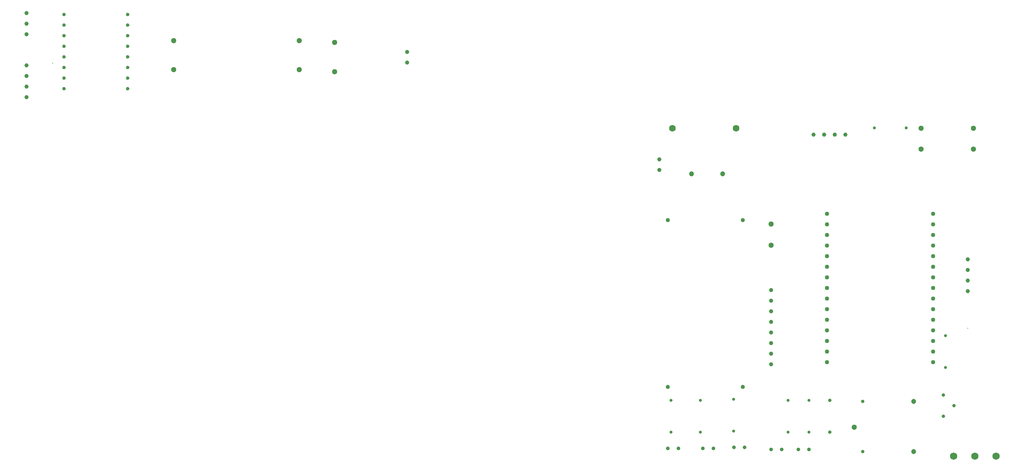
<source format=gbr>
%TF.GenerationSoftware,KiCad,Pcbnew,9.0.4*%
%TF.CreationDate,2025-11-05T16:33:08+05:30*%
%TF.ProjectId,BikeSSv3,42696b65-5353-4763-932e-6b696361645f,rev?*%
%TF.SameCoordinates,Original*%
%TF.FileFunction,Plated,1,2,PTH,Drill*%
%TF.FilePolarity,Positive*%
%FSLAX46Y46*%
G04 Gerber Fmt 4.6, Leading zero omitted, Abs format (unit mm)*
G04 Created by KiCad (PCBNEW 9.0.4) date 2025-11-05 16:33:08*
%MOMM*%
%LPD*%
G01*
G04 APERTURE LIST*
%TA.AperFunction,ViaDrill*%
%ADD10C,0.300000*%
%TD*%
%TA.AperFunction,ComponentDrill*%
%ADD11C,0.700000*%
%TD*%
%TA.AperFunction,ComponentDrill*%
%ADD12C,0.800000*%
%TD*%
%TA.AperFunction,ComponentDrill*%
%ADD13C,0.840000*%
%TD*%
%TA.AperFunction,ComponentDrill*%
%ADD14C,0.900000*%
%TD*%
%TA.AperFunction,ComponentDrill*%
%ADD15C,1.000000*%
%TD*%
%TA.AperFunction,ComponentDrill*%
%ADD16C,1.020000*%
%TD*%
%TA.AperFunction,ComponentDrill*%
%ADD17C,1.200000*%
%TD*%
%TA.AperFunction,ComponentDrill*%
%ADD18C,1.300000*%
%TD*%
%TA.AperFunction,ComponentDrill*%
%ADD19C,1.600000*%
%TD*%
%TA.AperFunction,ComponentDrill*%
%ADD20C,1.750000*%
%TD*%
G04 APERTURE END LIST*
D10*
X34000000Y-35500000D03*
X253000000Y-99000000D03*
D11*
%TO.C,R103*%
X182000000Y-116190000D03*
X182000000Y-123810000D03*
%TO.C,R101*%
X189000000Y-116190000D03*
X189000000Y-123810000D03*
%TO.C,R102*%
X197000000Y-115990000D03*
X197000000Y-123610000D03*
%TO.C,R106*%
X210000000Y-116190000D03*
X210000000Y-123810000D03*
%TO.C,R105*%
X215000000Y-116190000D03*
X215000000Y-123810000D03*
%TO.C,R104*%
X230710000Y-50925000D03*
X238330000Y-50925000D03*
%TO.C,R107*%
X247720000Y-100715000D03*
X247720000Y-108335000D03*
D12*
%TO.C,D105*%
X220000000Y-116190000D03*
X220000000Y-123810000D03*
%TO.C,K101*%
X227900000Y-116525000D03*
X227900000Y-128525000D03*
%TO.C,Q101*%
X247180000Y-114985000D03*
X247180000Y-120065000D03*
X249720000Y-117525000D03*
D13*
%TO.C,U102*%
X36750000Y-23750000D03*
X36750000Y-26290000D03*
X36750000Y-28830000D03*
X36750000Y-31370000D03*
X36750000Y-33910000D03*
X36750000Y-36450000D03*
X36750000Y-38990000D03*
X36750000Y-41530000D03*
X51990000Y-23750000D03*
X51990000Y-26290000D03*
X51990000Y-28830000D03*
X51990000Y-31370000D03*
X51990000Y-33910000D03*
X51990000Y-36450000D03*
X51990000Y-38990000D03*
X51990000Y-41530000D03*
D14*
%TO.C,D104*%
X181250000Y-127725000D03*
X183790000Y-127725000D03*
%TO.C,D102*%
X189650000Y-127725000D03*
X192190000Y-127725000D03*
%TO.C,D103*%
X197050000Y-127525000D03*
X199590000Y-127525000D03*
%TO.C,D107*%
X206000000Y-128000000D03*
X208540000Y-128000000D03*
%TO.C,D106*%
X212460000Y-128000000D03*
X215000000Y-128000000D03*
D15*
%TO.C,J110*%
X27725000Y-23445000D03*
X27725000Y-25985000D03*
X27725000Y-28525000D03*
%TO.C,J109*%
X27750000Y-35960000D03*
X27750000Y-38500000D03*
X27750000Y-41040000D03*
X27750000Y-43580000D03*
%TO.C,J111*%
X118850000Y-32750000D03*
X118850000Y-35250000D03*
%TO.C,J101*%
X179173674Y-58500000D03*
X179173674Y-61000000D03*
%TO.C,J106*%
X181220000Y-73025000D03*
%TO.C,J108*%
X181220000Y-113025000D03*
%TO.C,J102*%
X199220000Y-73025000D03*
%TO.C,J103*%
X199220000Y-113025000D03*
%TO.C,J104*%
X206000000Y-89840000D03*
X206000000Y-92380000D03*
X206000000Y-94920000D03*
X206000000Y-97460000D03*
X206000000Y-100000000D03*
X206000000Y-102540000D03*
X206000000Y-105080000D03*
X206000000Y-107620000D03*
%TO.C,J107*%
X216100000Y-52525000D03*
X218640000Y-52525000D03*
X221180000Y-52525000D03*
X223720000Y-52525000D03*
%TO.C,J105*%
X253000000Y-82460000D03*
X253000000Y-85000000D03*
X253000000Y-87540000D03*
X253000000Y-90080000D03*
D16*
%TO.C,U101*%
X219300000Y-71485000D03*
X219300000Y-74025000D03*
X219300000Y-76565000D03*
X219300000Y-79105000D03*
X219300000Y-81645000D03*
X219300000Y-84185000D03*
X219300000Y-86725000D03*
X219300000Y-89265000D03*
X219300000Y-91805000D03*
X219300000Y-94345000D03*
X219300000Y-96885000D03*
X219300000Y-99425000D03*
X219300000Y-101965000D03*
X219300000Y-104505000D03*
X219300000Y-107045000D03*
X244700000Y-71485000D03*
X244700000Y-74025000D03*
X244700000Y-76565000D03*
X244700000Y-79105000D03*
X244700000Y-81645000D03*
X244700000Y-84185000D03*
X244700000Y-86725000D03*
X244700000Y-89265000D03*
X244700000Y-91805000D03*
X244700000Y-94345000D03*
X244700000Y-96885000D03*
X244700000Y-99425000D03*
X244700000Y-101965000D03*
X244700000Y-104505000D03*
X244700000Y-107045000D03*
D17*
%TO.C,C101*%
X186872651Y-62000000D03*
X194372651Y-62000000D03*
%TO.C,K101*%
X240100000Y-116525000D03*
X240100000Y-128525000D03*
D18*
%TO.C,TP105*%
X63000000Y-30000000D03*
X63000000Y-37000000D03*
%TO.C,TP104*%
X93000000Y-30000000D03*
X93000000Y-37000000D03*
%TO.C,TP102*%
X101500000Y-30500000D03*
X101500000Y-37500000D03*
%TO.C,TP101*%
X206000000Y-73985000D03*
X206000000Y-79065000D03*
%TO.C,K101*%
X225900000Y-122645000D03*
%TO.C,SW102*%
X241870000Y-51025000D03*
X241870000Y-56025000D03*
X254370000Y-51025000D03*
X254370000Y-56025000D03*
D19*
%TO.C,D101*%
X182380000Y-51000000D03*
X197620000Y-51000000D03*
D20*
%TO.C,J112*%
X249640000Y-129600000D03*
X254720000Y-129600000D03*
X259800000Y-129600000D03*
M02*

</source>
